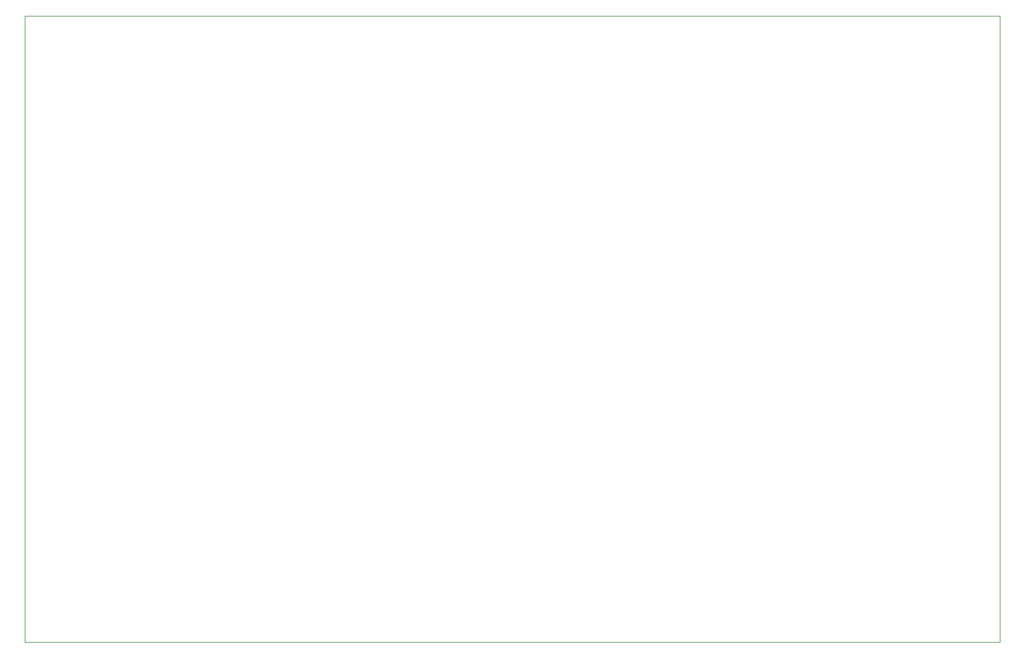
<source format=gbr>
%TF.GenerationSoftware,KiCad,Pcbnew,(7.0.0)*%
%TF.CreationDate,2023-03-04T17:45:57+02:00*%
%TF.ProjectId,Small Signal Amp with BJT,536d616c-6c20-4536-9967-6e616c20416d,rev?*%
%TF.SameCoordinates,Original*%
%TF.FileFunction,Profile,NP*%
%FSLAX46Y46*%
G04 Gerber Fmt 4.6, Leading zero omitted, Abs format (unit mm)*
G04 Created by KiCad (PCBNEW (7.0.0)) date 2023-03-04 17:45:57*
%MOMM*%
%LPD*%
G01*
G04 APERTURE LIST*
%TA.AperFunction,Profile*%
%ADD10C,0.100000*%
%TD*%
G04 APERTURE END LIST*
D10*
X62100000Y-53000000D02*
X202100000Y-53000000D01*
X202100000Y-53000000D02*
X202100000Y-143000000D01*
X202100000Y-143000000D02*
X62100000Y-143000000D01*
X62100000Y-143000000D02*
X62100000Y-53000000D01*
M02*

</source>
